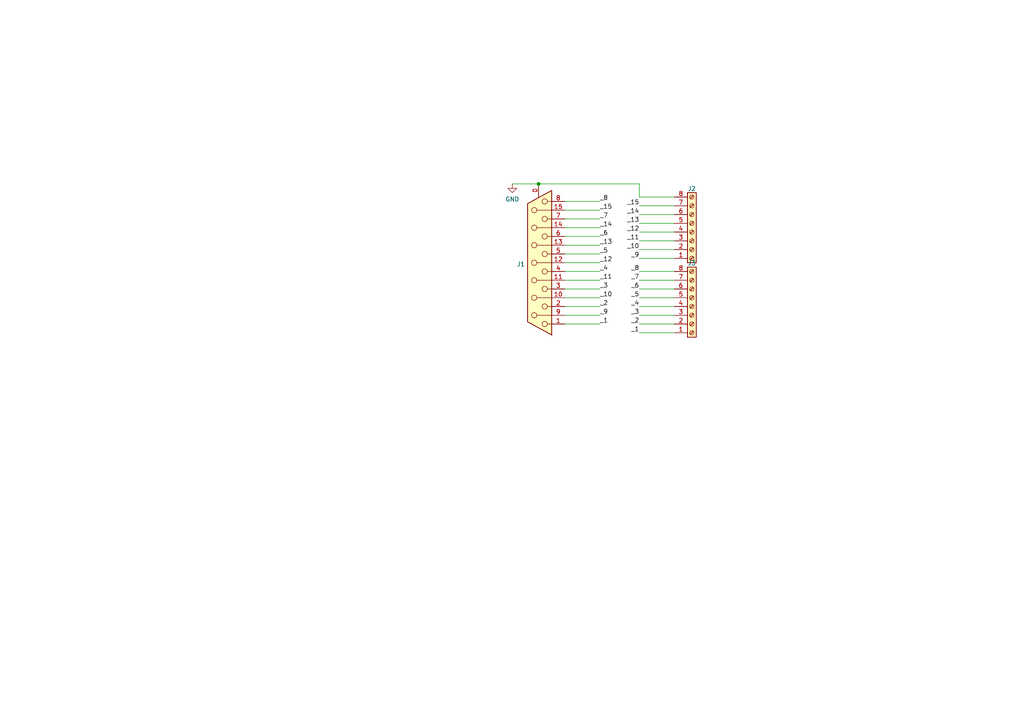
<source format=kicad_sch>
(kicad_sch (version 20211123) (generator eeschema)
  (paper "A4")
  (lib_symbols
    (symbol "Connector:DB15_Female_MountingHoles" (pin_names (offset 1.016) hide)
      (property "Reference" "J" (at 0 24.13 0))
      (property "Value" "DB15_Female_MountingHoles" (at 0 22.225 0))
      (symbol "DB15_Female_MountingHoles_0_1"
        (circle (center -1.778 -17.78) (radius 0.762))
        (circle (center -1.778 -12.7) (radius 0.762))
        (circle (center -1.778 -7.62) (radius 0.762))
        (circle (center -1.778 -2.54) (radius 0.762))
        (circle (center -1.778 2.54) (radius 0.762))
        (circle (center -1.778 7.62) (radius 0.762))
        (circle (center -1.778 12.7) (radius 0.762))
        (circle (center -1.778 17.78) (radius 0.762))
        (polyline (pts (xy -3.81 -17.78) (xy -2.54 -17.78)))
        (polyline (pts (xy -3.81 -15.24) (xy 0.508 -15.24)))
        (polyline (pts (xy -3.81 -12.7) (xy -2.54 -12.7)))
        (polyline (pts (xy -3.81 -10.16) (xy 0.508 -10.16)))
        (polyline (pts (xy -3.81 -7.62) (xy -2.54 -7.62)))
        (polyline (pts (xy -3.81 -5.08) (xy 0.508 -5.08)))
        (polyline (pts (xy -3.81 -2.54) (xy -2.54 -2.54)))
        (polyline (pts (xy -3.81 0) (xy 0.508 0)))
        (polyline (pts (xy -3.81 2.54) (xy -2.54 2.54)))
        (polyline (pts (xy -3.81 5.08) (xy 0.508 5.08)))
        (polyline (pts (xy -3.81 7.62) (xy -2.54 7.62)))
        (polyline (pts (xy -3.81 10.16) (xy 0.508 10.16)))
        (polyline (pts (xy -3.81 12.7) (xy -2.54 12.7)))
        (polyline (pts (xy -3.81 15.24) (xy 0.508 15.24)))
        (polyline (pts (xy -3.81 17.78) (xy -2.54 17.78)))
        (polyline (pts (xy -3.81 20.955) (xy 3.175 17.145) (xy 3.175 -17.145) (xy -3.81 -20.955) (xy -3.81 20.955)) (stroke (width 0.254)) (fill (type background)))
        (circle (center 1.27 -15.24) (radius 0.762))
        (circle (center 1.27 -10.16) (radius 0.762))
        (circle (center 1.27 -5.08) (radius 0.762))
        (circle (center 1.27 0) (radius 0.762))
        (circle (center 1.27 5.08) (radius 0.762))
        (circle (center 1.27 10.16) (radius 0.762))
        (circle (center 1.27 15.24) (radius 0.762))
      )
      (symbol "DB15_Female_MountingHoles_1_1"
        (pin passive line (at 0 -22.86 90) (length 3.81) (name "PAD") (number "0"))
        (pin passive line (at -7.62 17.78 0) (length 3.81) (name "1") (number "1"))
        (pin passive line (at -7.62 10.16 0) (length 3.81) (name "P10") (number "10"))
        (pin passive line (at -7.62 5.08 0) (length 3.81) (name "P111") (number "11"))
        (pin passive line (at -7.62 0 0) (length 3.81) (name "P12") (number "12"))
        (pin passive line (at -7.62 -5.08 0) (length 3.81) (name "P13") (number "13"))
        (pin passive line (at -7.62 -10.16 0) (length 3.81) (name "P14") (number "14"))
        (pin passive line (at -7.62 -15.24 0) (length 3.81) (name "P15") (number "15"))
        (pin passive line (at -7.62 12.7 0) (length 3.81) (name "2") (number "2"))
        (pin passive line (at -7.62 7.62 0) (length 3.81) (name "3") (number "3"))
        (pin passive line (at -7.62 2.54 0) (length 3.81) (name "4") (number "4"))
        (pin passive line (at -7.62 -2.54 0) (length 3.81) (name "5") (number "5"))
        (pin passive line (at -7.62 -7.62 0) (length 3.81) (name "6") (number "6"))
        (pin passive line (at -7.62 -12.7 0) (length 3.81) (name "7") (number "7"))
        (pin passive line (at -7.62 -17.78 0) (length 3.81) (name "8") (number "8"))
        (pin passive line (at -7.62 15.24 0) (length 3.81) (name "P9") (number "9"))
      )
    )
    (symbol "Connector:Screw_Terminal_01x08" (pin_names (offset 1.016) hide)
      (property "Reference" "J" (at 0 10.16 0))
      (property "Value" "Screw_Terminal_01x08" (at 0 -12.7 0))
      (symbol "Screw_Terminal_01x08_1_1"
        (rectangle (start -1.27 8.89) (end 1.27 -11.43) (stroke (width 0.254)) (fill (type background)))
        (circle (center 0 -10.16) (radius 0.635) (stroke (width 0.1524)))
        (circle (center 0 -7.62) (radius 0.635) (stroke (width 0.1524)))
        (circle (center 0 -5.08) (radius 0.635) (stroke (width 0.1524)))
        (circle (center 0 -2.54) (radius 0.635) (stroke (width 0.1524)))
        (polyline (pts (xy -0.5334 -9.8298) (xy 0.3302 -10.668)) (stroke (width 0.1524)))
        (polyline (pts (xy -0.5334 -7.2898) (xy 0.3302 -8.128)) (stroke (width 0.1524)))
        (polyline (pts (xy -0.5334 -4.7498) (xy 0.3302 -5.588)) (stroke (width 0.1524)))
        (polyline (pts (xy -0.5334 -2.2098) (xy 0.3302 -3.048)) (stroke (width 0.1524)))
        (polyline (pts (xy -0.5334 0.3302) (xy 0.3302 -0.508)) (stroke (width 0.1524)))
        (polyline (pts (xy -0.5334 2.8702) (xy 0.3302 2.032)) (stroke (width 0.1524)))
        (polyline (pts (xy -0.5334 5.4102) (xy 0.3302 4.572)) (stroke (width 0.1524)))
        (polyline (pts (xy -0.5334 7.9502) (xy 0.3302 7.112)) (stroke (width 0.1524)))
        (polyline (pts (xy -0.3556 -9.652) (xy 0.508 -10.4902)) (stroke (width 0.1524)))
        (polyline (pts (xy -0.3556 -7.112) (xy 0.508 -7.9502)) (stroke (width 0.1524)))
        (polyline (pts (xy -0.3556 -4.572) (xy 0.508 -5.4102)) (stroke (width 0.1524)))
        (polyline (pts (xy -0.3556 -2.032) (xy 0.508 -2.8702)) (stroke (width 0.1524)))
        (polyline (pts (xy -0.3556 0.508) (xy 0.508 -0.3302)) (stroke (width 0.1524)))
        (polyline (pts (xy -0.3556 3.048) (xy 0.508 2.2098)) (stroke (width 0.1524)))
        (polyline (pts (xy -0.3556 5.588) (xy 0.508 4.7498)) (stroke (width 0.1524)))
        (polyline (pts (xy -0.3556 8.128) (xy 0.508 7.2898)) (stroke (width 0.1524)))
        (circle (center 0 0) (radius 0.635) (stroke (width 0.1524)))
        (circle (center 0 2.54) (radius 0.635) (stroke (width 0.1524)))
        (circle (center 0 5.08) (radius 0.635) (stroke (width 0.1524)))
        (circle (center 0 7.62) (radius 0.635) (stroke (width 0.1524)))
        (pin passive line (at -5.08 7.62 0) (length 3.81) (name "Pin_1") (number "1"))
        (pin passive line (at -5.08 5.08 0) (length 3.81) (name "Pin_2") (number "2"))
        (pin passive line (at -5.08 2.54 0) (length 3.81) (name "Pin_3") (number "3"))
        (pin passive line (at -5.08 0 0) (length 3.81) (name "Pin_4") (number "4"))
        (pin passive line (at -5.08 -2.54 0) (length 3.81) (name "Pin_5") (number "5"))
        (pin passive line (at -5.08 -5.08 0) (length 3.81) (name "Pin_6") (number "6"))
        (pin passive line (at -5.08 -7.62 0) (length 3.81) (name "Pin_7") (number "7"))
        (pin passive line (at -5.08 -10.16 0) (length 3.81) (name "Pin_8") (number "8"))
      )
    )
    (symbol "power:GND" (power) (pin_names (offset 0))
      (property "Value" "GND" (at 0 -3.81 0))
      (symbol "GND_0_1"
        (polyline (pts (xy 0 0) (xy 0 -1.27) (xy 1.27 -1.27) (xy 0 -2.54) (xy -1.27 -1.27) (xy 0 -1.27)))
      )
      (symbol "GND_1_1"
        (pin power_in line (at 0 0 270) (length 0) hide (name "GND") (number "1"))
      )
    )
  )
  (junction (at 156.21 53.34))
  (wire (pts (xy 185.42 86.36) (xy 195.58 86.36)))
  (wire (pts (xy 163.83 93.98) (xy 173.99 93.98)))
  (wire (pts (xy 185.42 91.44) (xy 195.58 91.44)))
  (wire (pts (xy 185.42 93.98) (xy 195.58 93.98)))
  (wire (pts (xy 185.42 59.69) (xy 195.58 59.69)))
  (wire (pts (xy 148.59 53.34) (xy 156.21 53.34)))
  (wire (pts (xy 185.42 78.74) (xy 195.58 78.74)))
  (wire (pts (xy 163.83 83.82) (xy 173.99 83.82)))
  (wire (pts (xy 185.42 62.23) (xy 195.58 62.23)))
  (wire (pts (xy 163.83 86.36) (xy 173.99 86.36)))
  (wire (pts (xy 163.83 88.9) (xy 173.99 88.9)))
  (wire (pts (xy 185.42 57.15) (xy 195.58 57.15)))
  (wire (pts (xy 163.83 63.5) (xy 173.99 63.5)))
  (wire (pts (xy 163.83 71.12) (xy 173.99 71.12)))
  (wire (pts (xy 185.42 96.52) (xy 195.58 96.52)))
  (wire (pts (xy 163.83 73.66) (xy 173.99 73.66)))
  (wire (pts (xy 185.42 69.85) (xy 195.58 69.85)))
  (wire (pts (xy 163.83 66.04) (xy 173.99 66.04)))
  (wire (pts (xy 163.83 91.44) (xy 173.99 91.44)))
  (wire (pts (xy 163.83 81.28) (xy 173.99 81.28)))
  (wire (pts (xy 156.21 53.34) (xy 185.42 53.34)))
  (wire (pts (xy 185.42 64.77) (xy 195.58 64.77)))
  (wire (pts (xy 185.42 88.9) (xy 195.58 88.9)))
  (wire (pts (xy 163.83 76.2) (xy 173.99 76.2)))
  (wire (pts (xy 185.42 53.34) (xy 185.42 57.15)))
  (wire (pts (xy 185.42 72.39) (xy 195.58 72.39)))
  (wire (pts (xy 163.83 68.58) (xy 173.99 68.58)))
  (wire (pts (xy 163.83 58.42) (xy 173.99 58.42)))
  (wire (pts (xy 185.42 83.82) (xy 195.58 83.82)))
  (wire (pts (xy 163.83 60.96) (xy 173.99 60.96)))
  (wire (pts (xy 185.42 74.93) (xy 195.58 74.93)))
  (wire (pts (xy 185.42 67.31) (xy 195.58 67.31)))
  (wire (pts (xy 163.83 78.74) (xy 173.99 78.74)))
  (wire (pts (xy 185.42 81.28) (xy 195.58 81.28)))
  (label "_14" (at 173.99 66.04 0))
  (label "_4" (at 185.42 88.9 180))
  (label "_14" (at 185.42 62.23 180))
  (label "_6" (at 173.99 68.58 0))
  (label "_7" (at 185.42 81.28 180))
  (label "_10" (at 185.42 72.39 180))
  (label "_5" (at 185.42 86.36 180))
  (label "_11" (at 185.42 69.85 180))
  (label "_15" (at 173.99 60.96 0))
  (label "_12" (at 173.99 76.2 0))
  (label "_2" (at 185.42 93.98 180))
  (label "_5" (at 173.99 73.66 0))
  (label "_2" (at 173.99 88.9 0))
  (label "_7" (at 173.99 63.5 0))
  (label "_1" (at 185.42 96.52 180))
  (label "_8" (at 185.42 78.74 180))
  (label "_13" (at 173.99 71.12 0))
  (label "_4" (at 173.99 78.74 0))
  (label "_12" (at 185.42 67.31 180))
  (label "_3" (at 173.99 83.82 0))
  (label "_6" (at 185.42 83.82 180))
  (label "_9" (at 185.42 74.93 180))
  (label "_9" (at 173.99 91.44 0))
  (label "_13" (at 185.42 64.77 180))
  (label "_10" (at 173.99 86.36 0))
  (label "_8" (at 173.99 58.42 0))
  (label "_3" (at 185.42 91.44 180))
  (label "_11" (at 173.99 81.28 0))
  (label "_1" (at 173.99 93.98 0))
  (label "_15" (at 185.42 59.69 180))
  (symbol (lib_id "power:GND") (at 148.59 53.34 0) (unit 1)
    (property "Reference" "#PWR0101" (effects hide))
    (property "Value" "GND" (at 148.59 57.7834 0))
  )
  (symbol (lib_id "Connector:DB15_Female_MountingHoles") (at 156.21 76.2 180) (unit 1)
    (property "Reference" "J1" (at 152.273 76.6338 0) (effects (justify left)))
    (property "Value" "DB15_Female_MountingHoles" (effects hide))
    (property "Footprint" "Connector_Dsub:DSUB-15_Female_Horizontal_P2.77x2.84mm_EdgePinOffset4.94mm_Housed_MountingHolesOffset7.48mm" (effects hide))
    (property "Datasheet" " ~" (effects hide))
  )
  (symbol (lib_id "Connector:Screw_Terminal_01x08") (at 200.66 88.9 0) (mirror x) (unit 1)
    (property "Reference" "J3" (at 200.66 76.3072 0))
    (property "Value" "Screw_Terminal_01x08" (effects hide))
    (property "Footprint" "TerminalBlock_Phoenix:TerminalBlock_Phoenix_MPT-0,5-8-2.54_1x08_P2.54mm_Horizontal" (effects hide))
  )
  (symbol (lib_id "Connector:Screw_Terminal_01x08") (at 200.66 67.31 0) (mirror x) (unit 1)
    (property "Reference" "J2" (at 200.66 54.7172 0))
    (property "Value" "Screw_Terminal_01x08" (effects hide))
    (property "Footprint" "TerminalBlock_Phoenix:TerminalBlock_Phoenix_MPT-0,5-8-2.54_1x08_P2.54mm_Horizontal" (effects hide))
  )
)
</source>
